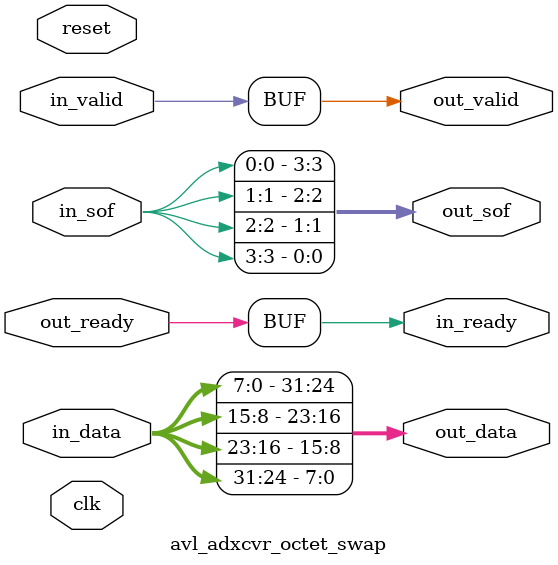
<source format=v>

`timescale 1ns/100ps

module avl_adxcvr_octet_swap #(
  parameter NUM_OF_LANES = 1) (

  input clk,
  input reset,

  input in_valid,
  output in_ready,
  input [NUM_OF_LANES*32-1:0] in_data,
  input [3:0] in_sof,

  output out_valid,
  input out_ready,
  output [NUM_OF_LANES*32-1:0] out_data,
  output [3:0] out_sof);

assign in_ready = out_ready;
assign out_valid = in_valid;

generate
  genvar i;
  genvar j;

  for (j = 0; j < 4; j = j + 1) begin: gen_octet
    for (i = 0; i < NUM_OF_LANES; i = i + 1) begin: gen_lane
      assign out_data[i*32+j*8+7:i*32+j*8] = in_data[i*32+(3-j)*8+7:i*32+(3-j)*8];
    end
    assign out_sof[j] = in_sof[3-j];
  end
endgenerate

endmodule

</source>
